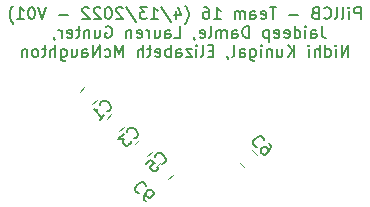
<source format=gbo>
%TF.GenerationSoftware,KiCad,Pcbnew,(6.0.4)*%
%TF.CreationDate,2022-04-18T09:54:31-07:00*%
%TF.ProjectId,stm32f091_project_condensed_v02,73746d33-3266-4303-9931-5f70726f6a65,v01*%
%TF.SameCoordinates,Original*%
%TF.FileFunction,Legend,Bot*%
%TF.FilePolarity,Positive*%
%FSLAX46Y46*%
G04 Gerber Fmt 4.6, Leading zero omitted, Abs format (unit mm)*
G04 Created by KiCad (PCBNEW (6.0.4)) date 2022-04-18 09:54:31*
%MOMM*%
%LPD*%
G01*
G04 APERTURE LIST*
%ADD10C,0.150000*%
%ADD11C,0.120000*%
G04 APERTURE END LIST*
D10*
X134318262Y-115099140D02*
X134318262Y-114099140D01*
X133937310Y-114099140D01*
X133842072Y-114146760D01*
X133794453Y-114194379D01*
X133746834Y-114289617D01*
X133746834Y-114432474D01*
X133794453Y-114527712D01*
X133842072Y-114575331D01*
X133937310Y-114622950D01*
X134318262Y-114622950D01*
X133318262Y-115099140D02*
X133318262Y-114432474D01*
X133318262Y-114099140D02*
X133365881Y-114146760D01*
X133318262Y-114194379D01*
X133270643Y-114146760D01*
X133318262Y-114099140D01*
X133318262Y-114194379D01*
X132699215Y-115099140D02*
X132794453Y-115051521D01*
X132842072Y-114956283D01*
X132842072Y-114099140D01*
X132175405Y-115099140D02*
X132270643Y-115051521D01*
X132318262Y-114956283D01*
X132318262Y-114099140D01*
X131223024Y-115003902D02*
X131270643Y-115051521D01*
X131413500Y-115099140D01*
X131508739Y-115099140D01*
X131651596Y-115051521D01*
X131746834Y-114956283D01*
X131794453Y-114861045D01*
X131842072Y-114670569D01*
X131842072Y-114527712D01*
X131794453Y-114337236D01*
X131746834Y-114241998D01*
X131651596Y-114146760D01*
X131508739Y-114099140D01*
X131413500Y-114099140D01*
X131270643Y-114146760D01*
X131223024Y-114194379D01*
X130461120Y-114575331D02*
X130318262Y-114622950D01*
X130270643Y-114670569D01*
X130223024Y-114765807D01*
X130223024Y-114908664D01*
X130270643Y-115003902D01*
X130318262Y-115051521D01*
X130413500Y-115099140D01*
X130794453Y-115099140D01*
X130794453Y-114099140D01*
X130461120Y-114099140D01*
X130365881Y-114146760D01*
X130318262Y-114194379D01*
X130270643Y-114289617D01*
X130270643Y-114384855D01*
X130318262Y-114480093D01*
X130365881Y-114527712D01*
X130461120Y-114575331D01*
X130794453Y-114575331D01*
X129032548Y-114718188D02*
X128270643Y-114718188D01*
X127175405Y-114099140D02*
X126603977Y-114099140D01*
X126889691Y-115099140D02*
X126889691Y-114099140D01*
X125889691Y-115051521D02*
X125984929Y-115099140D01*
X126175405Y-115099140D01*
X126270643Y-115051521D01*
X126318262Y-114956283D01*
X126318262Y-114575331D01*
X126270643Y-114480093D01*
X126175405Y-114432474D01*
X125984929Y-114432474D01*
X125889691Y-114480093D01*
X125842072Y-114575331D01*
X125842072Y-114670569D01*
X126318262Y-114765807D01*
X124984929Y-115099140D02*
X124984929Y-114575331D01*
X125032548Y-114480093D01*
X125127786Y-114432474D01*
X125318262Y-114432474D01*
X125413500Y-114480093D01*
X124984929Y-115051521D02*
X125080167Y-115099140D01*
X125318262Y-115099140D01*
X125413500Y-115051521D01*
X125461120Y-114956283D01*
X125461120Y-114861045D01*
X125413500Y-114765807D01*
X125318262Y-114718188D01*
X125080167Y-114718188D01*
X124984929Y-114670569D01*
X124508739Y-115099140D02*
X124508739Y-114432474D01*
X124508739Y-114527712D02*
X124461120Y-114480093D01*
X124365881Y-114432474D01*
X124223024Y-114432474D01*
X124127786Y-114480093D01*
X124080167Y-114575331D01*
X124080167Y-115099140D01*
X124080167Y-114575331D02*
X124032548Y-114480093D01*
X123937310Y-114432474D01*
X123794453Y-114432474D01*
X123699215Y-114480093D01*
X123651596Y-114575331D01*
X123651596Y-115099140D01*
X121889691Y-115099140D02*
X122461120Y-115099140D01*
X122175405Y-115099140D02*
X122175405Y-114099140D01*
X122270643Y-114241998D01*
X122365881Y-114337236D01*
X122461120Y-114384855D01*
X121032548Y-114099140D02*
X121223024Y-114099140D01*
X121318262Y-114146760D01*
X121365881Y-114194379D01*
X121461120Y-114337236D01*
X121508739Y-114527712D01*
X121508739Y-114908664D01*
X121461120Y-115003902D01*
X121413500Y-115051521D01*
X121318262Y-115099140D01*
X121127786Y-115099140D01*
X121032548Y-115051521D01*
X120984929Y-115003902D01*
X120937310Y-114908664D01*
X120937310Y-114670569D01*
X120984929Y-114575331D01*
X121032548Y-114527712D01*
X121127786Y-114480093D01*
X121318262Y-114480093D01*
X121413500Y-114527712D01*
X121461120Y-114575331D01*
X121508739Y-114670569D01*
X119461120Y-115480093D02*
X119508739Y-115432474D01*
X119603977Y-115289617D01*
X119651596Y-115194379D01*
X119699215Y-115051521D01*
X119746834Y-114813426D01*
X119746834Y-114622950D01*
X119699215Y-114384855D01*
X119651596Y-114241998D01*
X119603977Y-114146760D01*
X119508739Y-114003902D01*
X119461120Y-113956283D01*
X118651596Y-114432474D02*
X118651596Y-115099140D01*
X118889691Y-114051521D02*
X119127786Y-114765807D01*
X118508739Y-114765807D01*
X117413500Y-114051521D02*
X118270643Y-115337236D01*
X116556358Y-115099140D02*
X117127786Y-115099140D01*
X116842072Y-115099140D02*
X116842072Y-114099140D01*
X116937310Y-114241998D01*
X117032548Y-114337236D01*
X117127786Y-114384855D01*
X116223024Y-114099140D02*
X115603977Y-114099140D01*
X115937310Y-114480093D01*
X115794453Y-114480093D01*
X115699215Y-114527712D01*
X115651596Y-114575331D01*
X115603977Y-114670569D01*
X115603977Y-114908664D01*
X115651596Y-115003902D01*
X115699215Y-115051521D01*
X115794453Y-115099140D01*
X116080167Y-115099140D01*
X116175405Y-115051521D01*
X116223024Y-115003902D01*
X114461120Y-114051521D02*
X115318262Y-115337236D01*
X114175405Y-114194379D02*
X114127786Y-114146760D01*
X114032548Y-114099140D01*
X113794453Y-114099140D01*
X113699215Y-114146760D01*
X113651596Y-114194379D01*
X113603977Y-114289617D01*
X113603977Y-114384855D01*
X113651596Y-114527712D01*
X114223024Y-115099140D01*
X113603977Y-115099140D01*
X112984929Y-114099140D02*
X112889691Y-114099140D01*
X112794453Y-114146760D01*
X112746834Y-114194379D01*
X112699215Y-114289617D01*
X112651596Y-114480093D01*
X112651596Y-114718188D01*
X112699215Y-114908664D01*
X112746834Y-115003902D01*
X112794453Y-115051521D01*
X112889691Y-115099140D01*
X112984929Y-115099140D01*
X113080167Y-115051521D01*
X113127786Y-115003902D01*
X113175405Y-114908664D01*
X113223024Y-114718188D01*
X113223024Y-114480093D01*
X113175405Y-114289617D01*
X113127786Y-114194379D01*
X113080167Y-114146760D01*
X112984929Y-114099140D01*
X112270643Y-114194379D02*
X112223024Y-114146760D01*
X112127786Y-114099140D01*
X111889691Y-114099140D01*
X111794453Y-114146760D01*
X111746834Y-114194379D01*
X111699215Y-114289617D01*
X111699215Y-114384855D01*
X111746834Y-114527712D01*
X112318262Y-115099140D01*
X111699215Y-115099140D01*
X111318262Y-114194379D02*
X111270643Y-114146760D01*
X111175405Y-114099140D01*
X110937310Y-114099140D01*
X110842072Y-114146760D01*
X110794453Y-114194379D01*
X110746834Y-114289617D01*
X110746834Y-114384855D01*
X110794453Y-114527712D01*
X111365881Y-115099140D01*
X110746834Y-115099140D01*
X109556358Y-114718188D02*
X108794453Y-114718188D01*
X107699215Y-114099140D02*
X107365881Y-115099140D01*
X107032548Y-114099140D01*
X106508739Y-114099140D02*
X106413500Y-114099140D01*
X106318262Y-114146760D01*
X106270643Y-114194379D01*
X106223024Y-114289617D01*
X106175405Y-114480093D01*
X106175405Y-114718188D01*
X106223024Y-114908664D01*
X106270643Y-115003902D01*
X106318262Y-115051521D01*
X106413500Y-115099140D01*
X106508739Y-115099140D01*
X106603977Y-115051521D01*
X106651596Y-115003902D01*
X106699215Y-114908664D01*
X106746834Y-114718188D01*
X106746834Y-114480093D01*
X106699215Y-114289617D01*
X106651596Y-114194379D01*
X106603977Y-114146760D01*
X106508739Y-114099140D01*
X105223024Y-115099140D02*
X105794453Y-115099140D01*
X105508739Y-115099140D02*
X105508739Y-114099140D01*
X105603977Y-114241998D01*
X105699215Y-114337236D01*
X105794453Y-114384855D01*
X104889691Y-115480093D02*
X104842072Y-115432474D01*
X104746834Y-115289617D01*
X104699215Y-115194379D01*
X104651596Y-115051521D01*
X104603977Y-114813426D01*
X104603977Y-114622950D01*
X104651596Y-114384855D01*
X104699215Y-114241998D01*
X104746834Y-114146760D01*
X104842072Y-114003902D01*
X104889691Y-113956283D01*
X131008739Y-115709140D02*
X131008739Y-116423426D01*
X131056358Y-116566283D01*
X131151596Y-116661521D01*
X131294453Y-116709140D01*
X131389691Y-116709140D01*
X130103977Y-116709140D02*
X130103977Y-116185331D01*
X130151596Y-116090093D01*
X130246834Y-116042474D01*
X130437310Y-116042474D01*
X130532548Y-116090093D01*
X130103977Y-116661521D02*
X130199215Y-116709140D01*
X130437310Y-116709140D01*
X130532548Y-116661521D01*
X130580167Y-116566283D01*
X130580167Y-116471045D01*
X130532548Y-116375807D01*
X130437310Y-116328188D01*
X130199215Y-116328188D01*
X130103977Y-116280569D01*
X129627786Y-116709140D02*
X129627786Y-116042474D01*
X129627786Y-115709140D02*
X129675405Y-115756760D01*
X129627786Y-115804379D01*
X129580167Y-115756760D01*
X129627786Y-115709140D01*
X129627786Y-115804379D01*
X128723024Y-116709140D02*
X128723024Y-115709140D01*
X128723024Y-116661521D02*
X128818262Y-116709140D01*
X129008739Y-116709140D01*
X129103977Y-116661521D01*
X129151596Y-116613902D01*
X129199215Y-116518664D01*
X129199215Y-116232950D01*
X129151596Y-116137712D01*
X129103977Y-116090093D01*
X129008739Y-116042474D01*
X128818262Y-116042474D01*
X128723024Y-116090093D01*
X127865881Y-116661521D02*
X127961120Y-116709140D01*
X128151596Y-116709140D01*
X128246834Y-116661521D01*
X128294453Y-116566283D01*
X128294453Y-116185331D01*
X128246834Y-116090093D01*
X128151596Y-116042474D01*
X127961120Y-116042474D01*
X127865881Y-116090093D01*
X127818262Y-116185331D01*
X127818262Y-116280569D01*
X128294453Y-116375807D01*
X127008739Y-116661521D02*
X127103977Y-116709140D01*
X127294453Y-116709140D01*
X127389691Y-116661521D01*
X127437310Y-116566283D01*
X127437310Y-116185331D01*
X127389691Y-116090093D01*
X127294453Y-116042474D01*
X127103977Y-116042474D01*
X127008739Y-116090093D01*
X126961120Y-116185331D01*
X126961120Y-116280569D01*
X127437310Y-116375807D01*
X126532548Y-116042474D02*
X126532548Y-117042474D01*
X126532548Y-116090093D02*
X126437310Y-116042474D01*
X126246834Y-116042474D01*
X126151596Y-116090093D01*
X126103977Y-116137712D01*
X126056358Y-116232950D01*
X126056358Y-116518664D01*
X126103977Y-116613902D01*
X126151596Y-116661521D01*
X126246834Y-116709140D01*
X126437310Y-116709140D01*
X126532548Y-116661521D01*
X124865881Y-116709140D02*
X124865881Y-115709140D01*
X124627786Y-115709140D01*
X124484929Y-115756760D01*
X124389691Y-115851998D01*
X124342072Y-115947236D01*
X124294453Y-116137712D01*
X124294453Y-116280569D01*
X124342072Y-116471045D01*
X124389691Y-116566283D01*
X124484929Y-116661521D01*
X124627786Y-116709140D01*
X124865881Y-116709140D01*
X123437310Y-116709140D02*
X123437310Y-116185331D01*
X123484929Y-116090093D01*
X123580167Y-116042474D01*
X123770643Y-116042474D01*
X123865881Y-116090093D01*
X123437310Y-116661521D02*
X123532548Y-116709140D01*
X123770643Y-116709140D01*
X123865881Y-116661521D01*
X123913500Y-116566283D01*
X123913500Y-116471045D01*
X123865881Y-116375807D01*
X123770643Y-116328188D01*
X123532548Y-116328188D01*
X123437310Y-116280569D01*
X122961120Y-116709140D02*
X122961120Y-116042474D01*
X122961120Y-116137712D02*
X122913500Y-116090093D01*
X122818262Y-116042474D01*
X122675405Y-116042474D01*
X122580167Y-116090093D01*
X122532548Y-116185331D01*
X122532548Y-116709140D01*
X122532548Y-116185331D02*
X122484929Y-116090093D01*
X122389691Y-116042474D01*
X122246834Y-116042474D01*
X122151596Y-116090093D01*
X122103977Y-116185331D01*
X122103977Y-116709140D01*
X121484929Y-116709140D02*
X121580167Y-116661521D01*
X121627786Y-116566283D01*
X121627786Y-115709140D01*
X120723024Y-116661521D02*
X120818262Y-116709140D01*
X121008739Y-116709140D01*
X121103977Y-116661521D01*
X121151596Y-116566283D01*
X121151596Y-116185331D01*
X121103977Y-116090093D01*
X121008739Y-116042474D01*
X120818262Y-116042474D01*
X120723024Y-116090093D01*
X120675405Y-116185331D01*
X120675405Y-116280569D01*
X121151596Y-116375807D01*
X120199215Y-116661521D02*
X120199215Y-116709140D01*
X120246834Y-116804379D01*
X120294453Y-116851998D01*
X118532548Y-116709140D02*
X119008739Y-116709140D01*
X119008739Y-115709140D01*
X117770643Y-116709140D02*
X117770643Y-116185331D01*
X117818262Y-116090093D01*
X117913500Y-116042474D01*
X118103977Y-116042474D01*
X118199215Y-116090093D01*
X117770643Y-116661521D02*
X117865881Y-116709140D01*
X118103977Y-116709140D01*
X118199215Y-116661521D01*
X118246834Y-116566283D01*
X118246834Y-116471045D01*
X118199215Y-116375807D01*
X118103977Y-116328188D01*
X117865881Y-116328188D01*
X117770643Y-116280569D01*
X116865881Y-116042474D02*
X116865881Y-116709140D01*
X117294453Y-116042474D02*
X117294453Y-116566283D01*
X117246834Y-116661521D01*
X117151596Y-116709140D01*
X117008739Y-116709140D01*
X116913500Y-116661521D01*
X116865881Y-116613902D01*
X116389691Y-116709140D02*
X116389691Y-116042474D01*
X116389691Y-116232950D02*
X116342072Y-116137712D01*
X116294453Y-116090093D01*
X116199215Y-116042474D01*
X116103977Y-116042474D01*
X115389691Y-116661521D02*
X115484929Y-116709140D01*
X115675405Y-116709140D01*
X115770643Y-116661521D01*
X115818262Y-116566283D01*
X115818262Y-116185331D01*
X115770643Y-116090093D01*
X115675405Y-116042474D01*
X115484929Y-116042474D01*
X115389691Y-116090093D01*
X115342072Y-116185331D01*
X115342072Y-116280569D01*
X115818262Y-116375807D01*
X114913500Y-116042474D02*
X114913500Y-116709140D01*
X114913500Y-116137712D02*
X114865881Y-116090093D01*
X114770643Y-116042474D01*
X114627786Y-116042474D01*
X114532548Y-116090093D01*
X114484929Y-116185331D01*
X114484929Y-116709140D01*
X112723024Y-115756760D02*
X112818262Y-115709140D01*
X112961120Y-115709140D01*
X113103977Y-115756760D01*
X113199215Y-115851998D01*
X113246834Y-115947236D01*
X113294453Y-116137712D01*
X113294453Y-116280569D01*
X113246834Y-116471045D01*
X113199215Y-116566283D01*
X113103977Y-116661521D01*
X112961120Y-116709140D01*
X112865881Y-116709140D01*
X112723024Y-116661521D01*
X112675405Y-116613902D01*
X112675405Y-116280569D01*
X112865881Y-116280569D01*
X111818262Y-116042474D02*
X111818262Y-116709140D01*
X112246834Y-116042474D02*
X112246834Y-116566283D01*
X112199215Y-116661521D01*
X112103977Y-116709140D01*
X111961120Y-116709140D01*
X111865881Y-116661521D01*
X111818262Y-116613902D01*
X111342072Y-116042474D02*
X111342072Y-116709140D01*
X111342072Y-116137712D02*
X111294453Y-116090093D01*
X111199215Y-116042474D01*
X111056358Y-116042474D01*
X110961120Y-116090093D01*
X110913500Y-116185331D01*
X110913500Y-116709140D01*
X110580167Y-116042474D02*
X110199215Y-116042474D01*
X110437310Y-115709140D02*
X110437310Y-116566283D01*
X110389691Y-116661521D01*
X110294453Y-116709140D01*
X110199215Y-116709140D01*
X109484929Y-116661521D02*
X109580167Y-116709140D01*
X109770643Y-116709140D01*
X109865881Y-116661521D01*
X109913500Y-116566283D01*
X109913500Y-116185331D01*
X109865881Y-116090093D01*
X109770643Y-116042474D01*
X109580167Y-116042474D01*
X109484929Y-116090093D01*
X109437310Y-116185331D01*
X109437310Y-116280569D01*
X109913500Y-116375807D01*
X109008739Y-116709140D02*
X109008739Y-116042474D01*
X109008739Y-116232950D02*
X108961120Y-116137712D01*
X108913500Y-116090093D01*
X108818262Y-116042474D01*
X108723024Y-116042474D01*
X108342072Y-116661521D02*
X108342072Y-116709140D01*
X108389691Y-116804379D01*
X108437310Y-116851998D01*
X133270643Y-118319140D02*
X133270643Y-117319140D01*
X132699215Y-118319140D01*
X132699215Y-117319140D01*
X132223024Y-118319140D02*
X132223024Y-117652474D01*
X132223024Y-117319140D02*
X132270643Y-117366760D01*
X132223024Y-117414379D01*
X132175405Y-117366760D01*
X132223024Y-117319140D01*
X132223024Y-117414379D01*
X131318262Y-118319140D02*
X131318262Y-117319140D01*
X131318262Y-118271521D02*
X131413500Y-118319140D01*
X131603977Y-118319140D01*
X131699215Y-118271521D01*
X131746834Y-118223902D01*
X131794453Y-118128664D01*
X131794453Y-117842950D01*
X131746834Y-117747712D01*
X131699215Y-117700093D01*
X131603977Y-117652474D01*
X131413500Y-117652474D01*
X131318262Y-117700093D01*
X130842072Y-118319140D02*
X130842072Y-117319140D01*
X130413500Y-118319140D02*
X130413500Y-117795331D01*
X130461120Y-117700093D01*
X130556358Y-117652474D01*
X130699215Y-117652474D01*
X130794453Y-117700093D01*
X130842072Y-117747712D01*
X129937310Y-118319140D02*
X129937310Y-117652474D01*
X129937310Y-117319140D02*
X129984929Y-117366760D01*
X129937310Y-117414379D01*
X129889691Y-117366760D01*
X129937310Y-117319140D01*
X129937310Y-117414379D01*
X128699215Y-118319140D02*
X128699215Y-117319140D01*
X128127786Y-118319140D02*
X128556358Y-117747712D01*
X128127786Y-117319140D02*
X128699215Y-117890569D01*
X127270643Y-117652474D02*
X127270643Y-118319140D01*
X127699215Y-117652474D02*
X127699215Y-118176283D01*
X127651596Y-118271521D01*
X127556358Y-118319140D01*
X127413500Y-118319140D01*
X127318262Y-118271521D01*
X127270643Y-118223902D01*
X126794453Y-117652474D02*
X126794453Y-118319140D01*
X126794453Y-117747712D02*
X126746834Y-117700093D01*
X126651596Y-117652474D01*
X126508739Y-117652474D01*
X126413500Y-117700093D01*
X126365881Y-117795331D01*
X126365881Y-118319140D01*
X125889691Y-118319140D02*
X125889691Y-117652474D01*
X125889691Y-117319140D02*
X125937310Y-117366760D01*
X125889691Y-117414379D01*
X125842072Y-117366760D01*
X125889691Y-117319140D01*
X125889691Y-117414379D01*
X124984929Y-117652474D02*
X124984929Y-118461998D01*
X125032548Y-118557236D01*
X125080167Y-118604855D01*
X125175405Y-118652474D01*
X125318262Y-118652474D01*
X125413500Y-118604855D01*
X124984929Y-118271521D02*
X125080167Y-118319140D01*
X125270643Y-118319140D01*
X125365881Y-118271521D01*
X125413500Y-118223902D01*
X125461120Y-118128664D01*
X125461120Y-117842950D01*
X125413500Y-117747712D01*
X125365881Y-117700093D01*
X125270643Y-117652474D01*
X125080167Y-117652474D01*
X124984929Y-117700093D01*
X124080167Y-118319140D02*
X124080167Y-117795331D01*
X124127786Y-117700093D01*
X124223024Y-117652474D01*
X124413500Y-117652474D01*
X124508739Y-117700093D01*
X124080167Y-118271521D02*
X124175405Y-118319140D01*
X124413500Y-118319140D01*
X124508739Y-118271521D01*
X124556358Y-118176283D01*
X124556358Y-118081045D01*
X124508739Y-117985807D01*
X124413500Y-117938188D01*
X124175405Y-117938188D01*
X124080167Y-117890569D01*
X123461120Y-118319140D02*
X123556358Y-118271521D01*
X123603977Y-118176283D01*
X123603977Y-117319140D01*
X123032548Y-118271521D02*
X123032548Y-118319140D01*
X123080167Y-118414379D01*
X123127786Y-118461998D01*
X121842072Y-117795331D02*
X121508739Y-117795331D01*
X121365881Y-118319140D02*
X121842072Y-118319140D01*
X121842072Y-117319140D01*
X121365881Y-117319140D01*
X120794453Y-118319140D02*
X120889691Y-118271521D01*
X120937310Y-118176283D01*
X120937310Y-117319140D01*
X120413500Y-118319140D02*
X120413500Y-117652474D01*
X120413500Y-117319140D02*
X120461120Y-117366760D01*
X120413500Y-117414379D01*
X120365881Y-117366760D01*
X120413500Y-117319140D01*
X120413500Y-117414379D01*
X120032548Y-117652474D02*
X119508739Y-117652474D01*
X120032548Y-118319140D01*
X119508739Y-118319140D01*
X118699215Y-118319140D02*
X118699215Y-117795331D01*
X118746834Y-117700093D01*
X118842072Y-117652474D01*
X119032548Y-117652474D01*
X119127786Y-117700093D01*
X118699215Y-118271521D02*
X118794453Y-118319140D01*
X119032548Y-118319140D01*
X119127786Y-118271521D01*
X119175405Y-118176283D01*
X119175405Y-118081045D01*
X119127786Y-117985807D01*
X119032548Y-117938188D01*
X118794453Y-117938188D01*
X118699215Y-117890569D01*
X118223024Y-118319140D02*
X118223024Y-117319140D01*
X118223024Y-117700093D02*
X118127786Y-117652474D01*
X117937310Y-117652474D01*
X117842072Y-117700093D01*
X117794453Y-117747712D01*
X117746834Y-117842950D01*
X117746834Y-118128664D01*
X117794453Y-118223902D01*
X117842072Y-118271521D01*
X117937310Y-118319140D01*
X118127786Y-118319140D01*
X118223024Y-118271521D01*
X116937310Y-118271521D02*
X117032548Y-118319140D01*
X117223024Y-118319140D01*
X117318262Y-118271521D01*
X117365881Y-118176283D01*
X117365881Y-117795331D01*
X117318262Y-117700093D01*
X117223024Y-117652474D01*
X117032548Y-117652474D01*
X116937310Y-117700093D01*
X116889691Y-117795331D01*
X116889691Y-117890569D01*
X117365881Y-117985807D01*
X116603977Y-117652474D02*
X116223024Y-117652474D01*
X116461120Y-117319140D02*
X116461120Y-118176283D01*
X116413500Y-118271521D01*
X116318262Y-118319140D01*
X116223024Y-118319140D01*
X115889691Y-118319140D02*
X115889691Y-117319140D01*
X115461120Y-118319140D02*
X115461120Y-117795331D01*
X115508739Y-117700093D01*
X115603977Y-117652474D01*
X115746834Y-117652474D01*
X115842072Y-117700093D01*
X115889691Y-117747712D01*
X114223024Y-118319140D02*
X114223024Y-117319140D01*
X113889691Y-118033426D01*
X113556358Y-117319140D01*
X113556358Y-118319140D01*
X112651596Y-118271521D02*
X112746834Y-118319140D01*
X112937310Y-118319140D01*
X113032548Y-118271521D01*
X113080167Y-118223902D01*
X113127786Y-118128664D01*
X113127786Y-117842950D01*
X113080167Y-117747712D01*
X113032548Y-117700093D01*
X112937310Y-117652474D01*
X112746834Y-117652474D01*
X112651596Y-117700093D01*
X112223024Y-118319140D02*
X112223024Y-117319140D01*
X111651596Y-118319140D01*
X111651596Y-117319140D01*
X110746834Y-118319140D02*
X110746834Y-117795331D01*
X110794453Y-117700093D01*
X110889691Y-117652474D01*
X111080167Y-117652474D01*
X111175405Y-117700093D01*
X110746834Y-118271521D02*
X110842072Y-118319140D01*
X111080167Y-118319140D01*
X111175405Y-118271521D01*
X111223024Y-118176283D01*
X111223024Y-118081045D01*
X111175405Y-117985807D01*
X111080167Y-117938188D01*
X110842072Y-117938188D01*
X110746834Y-117890569D01*
X109842072Y-117652474D02*
X109842072Y-118319140D01*
X110270643Y-117652474D02*
X110270643Y-118176283D01*
X110223024Y-118271521D01*
X110127786Y-118319140D01*
X109984929Y-118319140D01*
X109889691Y-118271521D01*
X109842072Y-118223902D01*
X108937310Y-117652474D02*
X108937310Y-118461998D01*
X108984929Y-118557236D01*
X109032548Y-118604855D01*
X109127786Y-118652474D01*
X109270643Y-118652474D01*
X109365881Y-118604855D01*
X108937310Y-118271521D02*
X109032548Y-118319140D01*
X109223024Y-118319140D01*
X109318262Y-118271521D01*
X109365881Y-118223902D01*
X109413500Y-118128664D01*
X109413500Y-117842950D01*
X109365881Y-117747712D01*
X109318262Y-117700093D01*
X109223024Y-117652474D01*
X109032548Y-117652474D01*
X108937310Y-117700093D01*
X108461120Y-118319140D02*
X108461120Y-117319140D01*
X108032548Y-118319140D02*
X108032548Y-117795331D01*
X108080167Y-117700093D01*
X108175405Y-117652474D01*
X108318262Y-117652474D01*
X108413500Y-117700093D01*
X108461120Y-117747712D01*
X107699215Y-117652474D02*
X107318262Y-117652474D01*
X107556358Y-117319140D02*
X107556358Y-118176283D01*
X107508739Y-118271521D01*
X107413500Y-118319140D01*
X107318262Y-118319140D01*
X106842072Y-118319140D02*
X106937310Y-118271521D01*
X106984929Y-118223902D01*
X107032548Y-118128664D01*
X107032548Y-117842950D01*
X106984929Y-117747712D01*
X106937310Y-117700093D01*
X106842072Y-117652474D01*
X106699215Y-117652474D01*
X106603977Y-117700093D01*
X106556358Y-117747712D01*
X106508739Y-117842950D01*
X106508739Y-118128664D01*
X106556358Y-118223902D01*
X106603977Y-118271521D01*
X106699215Y-118319140D01*
X106842072Y-118319140D01*
X106080167Y-117652474D02*
X106080167Y-118319140D01*
X106080167Y-117747712D02*
X106032548Y-117700093D01*
X105937310Y-117652474D01*
X105794453Y-117652474D01*
X105699215Y-117700093D01*
X105651596Y-117795331D01*
X105651596Y-118319140D01*
%TO.C,C1*%
X112827948Y-122913386D02*
X112895291Y-122913386D01*
X113029978Y-122846042D01*
X113097322Y-122778699D01*
X113164665Y-122644011D01*
X113164665Y-122509324D01*
X113130994Y-122408309D01*
X113029978Y-122239950D01*
X112928963Y-122138935D01*
X112760604Y-122037920D01*
X112659589Y-122004248D01*
X112524902Y-122004248D01*
X112390215Y-122071592D01*
X112322871Y-122138935D01*
X112255528Y-122273622D01*
X112255528Y-122340966D01*
X112221856Y-123654164D02*
X112625917Y-123250103D01*
X112423887Y-123452134D02*
X111716780Y-122745027D01*
X111885139Y-122778699D01*
X112019826Y-122778699D01*
X112120841Y-122745027D01*
%TO.C,C6*%
X116139935Y-129276619D02*
X116139935Y-129209276D01*
X116072591Y-129074589D01*
X116005248Y-129007245D01*
X115870560Y-128939902D01*
X115735873Y-128939902D01*
X115634858Y-128973573D01*
X115466499Y-129074589D01*
X115365484Y-129175604D01*
X115264469Y-129343963D01*
X115230797Y-129444978D01*
X115230797Y-129579665D01*
X115298141Y-129714352D01*
X115365484Y-129781696D01*
X115500171Y-129849039D01*
X115567515Y-129849039D01*
X116106263Y-130522474D02*
X115971576Y-130387787D01*
X115937904Y-130286772D01*
X115937904Y-130219428D01*
X115971576Y-130051070D01*
X116072591Y-129882711D01*
X116341965Y-129613337D01*
X116442980Y-129579665D01*
X116510324Y-129579665D01*
X116611339Y-129613337D01*
X116746026Y-129748024D01*
X116779698Y-129849039D01*
X116779698Y-129916383D01*
X116746026Y-130017398D01*
X116577667Y-130185757D01*
X116476652Y-130219428D01*
X116409309Y-130219428D01*
X116308293Y-130185757D01*
X116173606Y-130051070D01*
X116139935Y-129950054D01*
X116139935Y-129882711D01*
X116173606Y-129781696D01*
%TO.C,C3*%
X115113948Y-125199386D02*
X115181291Y-125199386D01*
X115315978Y-125132042D01*
X115383322Y-125064699D01*
X115450665Y-124930011D01*
X115450665Y-124795324D01*
X115416994Y-124694309D01*
X115315978Y-124525950D01*
X115214963Y-124424935D01*
X115046604Y-124323920D01*
X114945589Y-124290248D01*
X114810902Y-124290248D01*
X114676215Y-124357592D01*
X114608871Y-124424935D01*
X114541528Y-124559622D01*
X114541528Y-124626966D01*
X114238482Y-124795324D02*
X113800749Y-125233057D01*
X114305826Y-125266729D01*
X114204810Y-125367744D01*
X114171139Y-125468760D01*
X114171139Y-125536103D01*
X114204810Y-125637118D01*
X114373169Y-125805477D01*
X114474184Y-125839149D01*
X114541528Y-125839149D01*
X114642543Y-125805477D01*
X114844574Y-125603447D01*
X114878246Y-125502431D01*
X114878246Y-125435088D01*
%TO.C,C9*%
X126117746Y-125366431D02*
X126117746Y-125299088D01*
X126050402Y-125164401D01*
X125983059Y-125097057D01*
X125848371Y-125029714D01*
X125713684Y-125029714D01*
X125612669Y-125063385D01*
X125444310Y-125164401D01*
X125343295Y-125265416D01*
X125242280Y-125433775D01*
X125208608Y-125534790D01*
X125208608Y-125669477D01*
X125275952Y-125804164D01*
X125343295Y-125871508D01*
X125477982Y-125938851D01*
X125545326Y-125938851D01*
X126521807Y-125635805D02*
X126656494Y-125770492D01*
X126690165Y-125871508D01*
X126690165Y-125938851D01*
X126656494Y-126107210D01*
X126555478Y-126275569D01*
X126286104Y-126544943D01*
X126185089Y-126578614D01*
X126117746Y-126578614D01*
X126016730Y-126544943D01*
X125882043Y-126410256D01*
X125848371Y-126309240D01*
X125848371Y-126241897D01*
X125882043Y-126140882D01*
X126050402Y-125972523D01*
X126151417Y-125938851D01*
X126218761Y-125938851D01*
X126319776Y-125972523D01*
X126454463Y-126107210D01*
X126488135Y-126208225D01*
X126488135Y-126275569D01*
X126454463Y-126376584D01*
%TO.C,C5*%
X117463448Y-127358386D02*
X117530791Y-127358386D01*
X117665478Y-127291042D01*
X117732822Y-127223699D01*
X117800165Y-127089011D01*
X117800165Y-126954324D01*
X117766494Y-126853309D01*
X117665478Y-126684950D01*
X117564463Y-126583935D01*
X117396104Y-126482920D01*
X117295089Y-126449248D01*
X117160402Y-126449248D01*
X117025715Y-126516592D01*
X116958371Y-126583935D01*
X116891028Y-126718622D01*
X116891028Y-126785966D01*
X116183921Y-127358386D02*
X116520639Y-127021668D01*
X116891028Y-127324714D01*
X116823684Y-127324714D01*
X116722669Y-127358386D01*
X116554310Y-127526744D01*
X116520639Y-127627760D01*
X116520639Y-127695103D01*
X116554310Y-127796118D01*
X116722669Y-127964477D01*
X116823684Y-127998149D01*
X116891028Y-127998149D01*
X116992043Y-127964477D01*
X117160402Y-127796118D01*
X117194074Y-127695103D01*
X117194074Y-127627760D01*
D11*
%TO.C,C1*%
X111604610Y-122295217D02*
X111974077Y-121925750D01*
X110565163Y-121255770D02*
X110934630Y-120886303D01*
%TO.C,C6*%
X118046487Y-128645217D02*
X118415954Y-128275750D01*
X117007040Y-127605770D02*
X117376507Y-127236303D01*
%TO.C,C3*%
X112851163Y-123541770D02*
X113220630Y-123172303D01*
X113890610Y-124581217D02*
X114260077Y-124211750D01*
%TO.C,C9*%
X125499577Y-126589770D02*
X125130110Y-126220303D01*
X124460130Y-127629217D02*
X124090663Y-127259750D01*
%TO.C,C5*%
X115200663Y-125700770D02*
X115570130Y-125331303D01*
X116240110Y-126740217D02*
X116609577Y-126370750D01*
%TD*%
M02*

</source>
